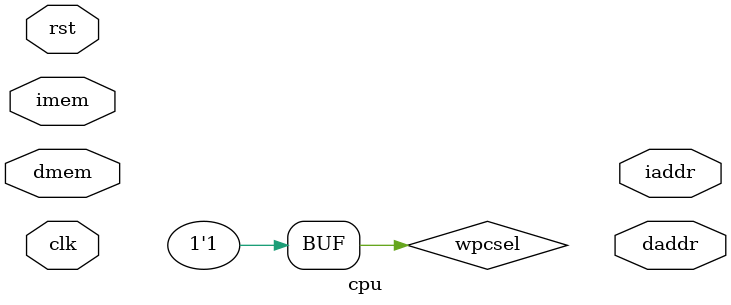
<source format=v>
module cpu
(
	input wire[63:0] imem,
	input wire[63:0] dmem,
	output reg[63:0] iaddr,
	output reg[63:0] daddr,
	input wire clk,
	input wire rst
	
	
	
);

wire[63:0] wpc;
//wire[63:0] alusel;
wire wpcsel=1;

pc pc_inst
(
	.x(wpcsel?0:wpc+4),
	.y(wpc),
	.clk(clk),
	.reset(rst)
);



endmodule

</source>
